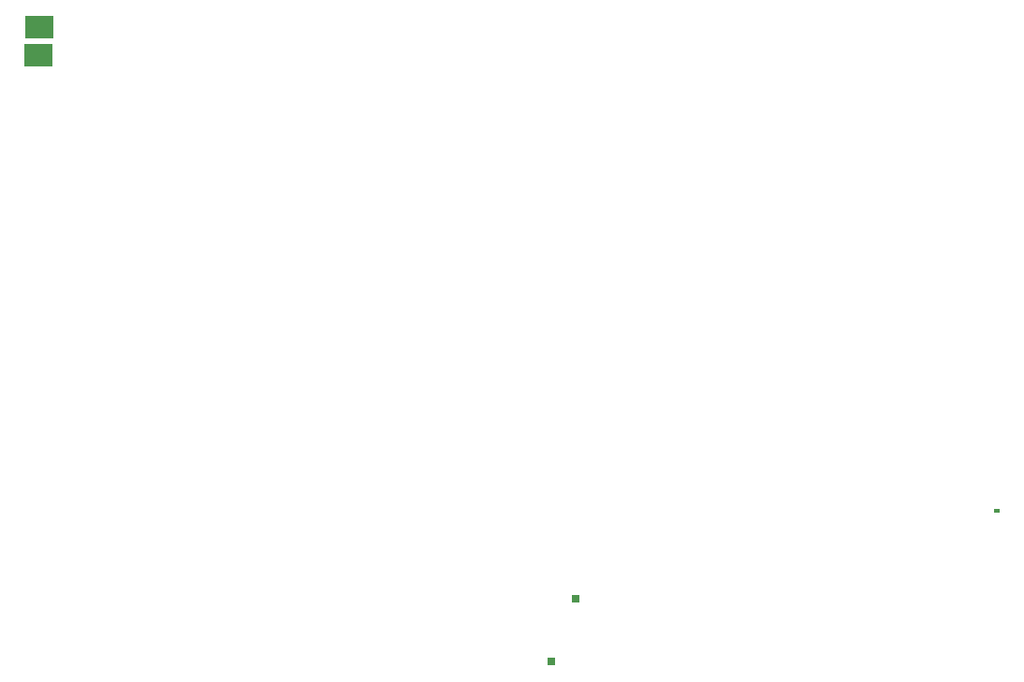
<source format=gbp>
G04 MADE WITH FRITZING*
G04 WWW.FRITZING.ORG*
G04 DOUBLE SIDED*
G04 HOLES PLATED*
G04 CONTOUR ON CENTER OF CONTOUR VECTOR*
%ASAXBY*%
%FSLAX23Y23*%
%MOIN*%
%OFA0B0*%
%SFA1.0B1.0*%
%ADD10R,0.102362X0.078740*%
%ADD11R,0.028042X0.029982*%
%ADD12R,0.030511X0.029982*%
%ADD13R,0.019048X0.015873*%
%ADD14R,0.001000X0.001000*%
%LNPASTEMASK0*%
G90*
G70*
G54D10*
X297Y3286D03*
X298Y3384D03*
G54D11*
X2209Y1350D03*
G54D12*
X2122Y1125D03*
G54D13*
X3709Y1662D03*
G54D14*
D02*
G04 End of PasteMask0*
M02*
</source>
